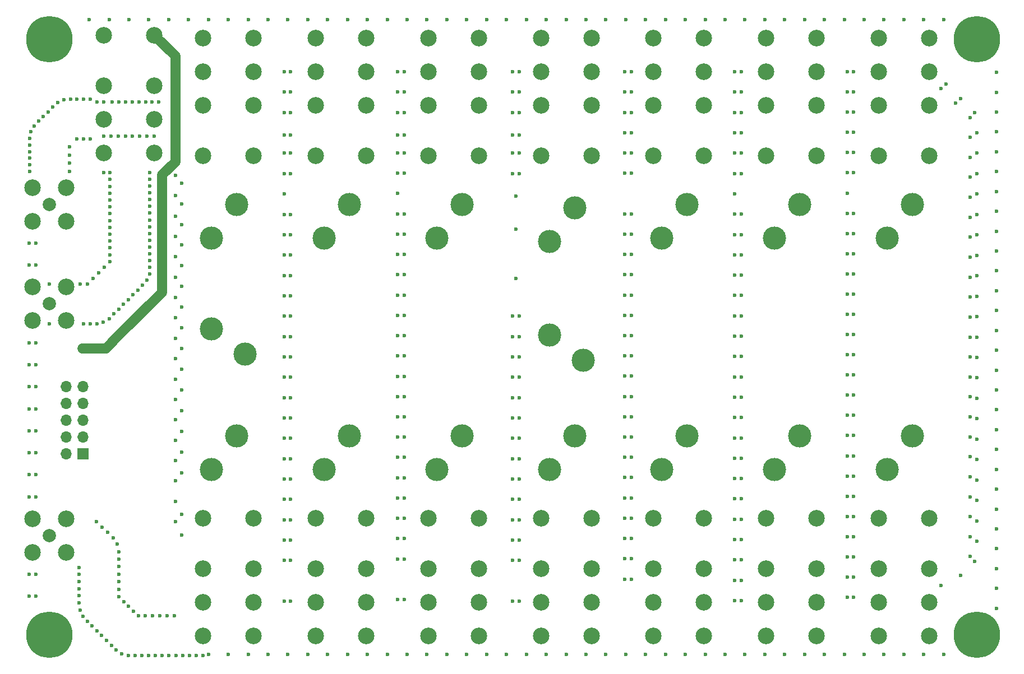
<source format=gbr>
%TF.GenerationSoftware,KiCad,Pcbnew,(5.1.5)-3*%
%TF.CreationDate,2020-07-21T14:48:15+02:00*%
%TF.ProjectId,LPF,4c50462e-6b69-4636-9164-5f7063625858,rev?*%
%TF.SameCoordinates,Original*%
%TF.FileFunction,Copper,L2,Inr*%
%TF.FilePolarity,Positive*%
%FSLAX46Y46*%
G04 Gerber Fmt 4.6, Leading zero omitted, Abs format (unit mm)*
G04 Created by KiCad (PCBNEW (5.1.5)-3) date 2020-07-21 14:48:15*
%MOMM*%
%LPD*%
G04 APERTURE LIST*
%ADD10C,2.500000*%
%ADD11R,1.700000X1.700000*%
%ADD12O,1.700000X1.700000*%
%ADD13C,3.500000*%
%ADD14C,2.499360*%
%ADD15C,1.998980*%
%ADD16C,7.000000*%
%ADD17C,0.600000*%
%ADD18C,1.500000*%
G04 APERTURE END LIST*
D10*
X79060000Y-43880000D03*
X71440000Y-43880000D03*
X79060000Y-51500000D03*
X71440000Y-51500000D03*
X79060000Y-56580000D03*
X71440000Y-56580000D03*
X79060000Y-61660000D03*
X71440000Y-61660000D03*
D11*
X68290000Y-107120000D03*
D12*
X65750000Y-107120000D03*
X68290000Y-104580000D03*
X65750000Y-104580000D03*
X68290000Y-102040000D03*
X65750000Y-102040000D03*
X68290000Y-99500000D03*
X65750000Y-99500000D03*
X68290000Y-96960000D03*
X65750000Y-96960000D03*
D13*
X138710000Y-75040000D03*
X142520000Y-69960000D03*
X91520000Y-69460000D03*
X87710000Y-74540000D03*
X193520000Y-69460000D03*
X189710000Y-74540000D03*
X172710000Y-74540000D03*
X176520000Y-69460000D03*
X155710000Y-74540000D03*
X159520000Y-69460000D03*
X125520000Y-69460000D03*
X121710000Y-74540000D03*
X104710000Y-74540000D03*
X108520000Y-69460000D03*
X87710000Y-88230000D03*
X92790000Y-92040000D03*
X138710000Y-89230000D03*
X143790000Y-93040000D03*
X193520000Y-104460000D03*
X189710000Y-109540000D03*
X172710000Y-109540000D03*
X176520000Y-104460000D03*
X159520000Y-104460000D03*
X155710000Y-109540000D03*
X121710000Y-109540000D03*
X125520000Y-104460000D03*
X104710000Y-109540000D03*
X108520000Y-104460000D03*
X87710000Y-109540000D03*
X91520000Y-104460000D03*
X142520000Y-104460000D03*
X138710000Y-109540000D03*
D14*
X65790000Y-81960000D03*
X60710000Y-81960000D03*
X60710000Y-87040000D03*
X65790000Y-87040000D03*
D15*
X63250000Y-84500000D03*
X63250000Y-119500000D03*
D14*
X65790000Y-122040000D03*
X60710000Y-122040000D03*
X60710000Y-116960000D03*
X65790000Y-116960000D03*
D15*
X63250000Y-69500000D03*
D14*
X65790000Y-72040000D03*
X60710000Y-72040000D03*
X60710000Y-66960000D03*
X65790000Y-66960000D03*
D10*
X188440000Y-62120000D03*
X196060000Y-62120000D03*
X188440000Y-54500000D03*
X196060000Y-54500000D03*
X188440000Y-49420000D03*
X196060000Y-49420000D03*
X188440000Y-44340000D03*
X196060000Y-44340000D03*
X179060000Y-44340000D03*
X171440000Y-44340000D03*
X179060000Y-49420000D03*
X171440000Y-49420000D03*
X179060000Y-54500000D03*
X171440000Y-54500000D03*
X179060000Y-62120000D03*
X171440000Y-62120000D03*
X154440000Y-62120000D03*
X162060000Y-62120000D03*
X154440000Y-54500000D03*
X162060000Y-54500000D03*
X154440000Y-49420000D03*
X162060000Y-49420000D03*
X154440000Y-44340000D03*
X162060000Y-44340000D03*
X145060000Y-44340000D03*
X137440000Y-44340000D03*
X145060000Y-49420000D03*
X137440000Y-49420000D03*
X145060000Y-54500000D03*
X137440000Y-54500000D03*
X145060000Y-62120000D03*
X137440000Y-62120000D03*
X128060000Y-44340000D03*
X120440000Y-44340000D03*
X128060000Y-49420000D03*
X120440000Y-49420000D03*
X128060000Y-54500000D03*
X120440000Y-54500000D03*
X128060000Y-62120000D03*
X120440000Y-62120000D03*
X103440000Y-62120000D03*
X111060000Y-62120000D03*
X103440000Y-54500000D03*
X111060000Y-54500000D03*
X103440000Y-49420000D03*
X111060000Y-49420000D03*
X103440000Y-44340000D03*
X111060000Y-44340000D03*
X94060000Y-44340000D03*
X86440000Y-44340000D03*
X94060000Y-49420000D03*
X86440000Y-49420000D03*
X94060000Y-54500000D03*
X86440000Y-54500000D03*
X94060000Y-62120000D03*
X86440000Y-62120000D03*
X196060000Y-116880000D03*
X188440000Y-116880000D03*
X196060000Y-124500000D03*
X188440000Y-124500000D03*
X196060000Y-129580000D03*
X188440000Y-129580000D03*
X196060000Y-134660000D03*
X188440000Y-134660000D03*
X171440000Y-134660000D03*
X179060000Y-134660000D03*
X171440000Y-129580000D03*
X179060000Y-129580000D03*
X171440000Y-124500000D03*
X179060000Y-124500000D03*
X171440000Y-116880000D03*
X179060000Y-116880000D03*
X162060000Y-116880000D03*
X154440000Y-116880000D03*
X162060000Y-124500000D03*
X154440000Y-124500000D03*
X162060000Y-129580000D03*
X154440000Y-129580000D03*
X162060000Y-134660000D03*
X154440000Y-134660000D03*
X137440000Y-134660000D03*
X145060000Y-134660000D03*
X137440000Y-129580000D03*
X145060000Y-129580000D03*
X137440000Y-124500000D03*
X145060000Y-124500000D03*
X137440000Y-116880000D03*
X145060000Y-116880000D03*
X120440000Y-134660000D03*
X128060000Y-134660000D03*
X120440000Y-129580000D03*
X128060000Y-129580000D03*
X120440000Y-124500000D03*
X128060000Y-124500000D03*
X120440000Y-116880000D03*
X128060000Y-116880000D03*
X111060000Y-116880000D03*
X103440000Y-116880000D03*
X111060000Y-124500000D03*
X103440000Y-124500000D03*
X111060000Y-129580000D03*
X103440000Y-129580000D03*
X111060000Y-134660000D03*
X103440000Y-134660000D03*
X94060000Y-116880000D03*
X86440000Y-116880000D03*
X94060000Y-124500000D03*
X86440000Y-124500000D03*
X94060000Y-129580000D03*
X86440000Y-129580000D03*
X94060000Y-134660000D03*
X86440000Y-134660000D03*
D16*
X63250000Y-44500000D03*
X203250000Y-44500000D03*
X203250000Y-134500000D03*
X63250000Y-134500000D03*
D17*
X60210000Y-75346666D03*
X60210000Y-78653333D03*
X61210000Y-78653333D03*
X61210000Y-75346666D03*
X60210000Y-125346666D03*
X60210000Y-128653333D03*
X61210000Y-128653333D03*
X61210000Y-125346666D03*
X60210000Y-90364444D03*
X60210000Y-93688888D03*
X60210000Y-97013333D03*
X60210000Y-100337777D03*
X60210000Y-103662222D03*
X60210000Y-106986666D03*
X60210000Y-110311111D03*
X60210000Y-113635555D03*
X61210000Y-113635555D03*
X61210000Y-110311111D03*
X61210000Y-106986666D03*
X61210000Y-103662222D03*
X61210000Y-100337777D03*
X61210000Y-97013333D03*
X61210000Y-93688888D03*
X61210000Y-90364444D03*
X133170000Y-52496923D03*
X133170000Y-55573846D03*
X133170000Y-59000000D03*
X133170000Y-61727692D03*
X133170000Y-64804615D03*
X133170000Y-86343076D03*
X133170000Y-89420000D03*
X133170000Y-92496923D03*
X133170000Y-95573846D03*
X133170000Y-98650769D03*
X133170000Y-101727692D03*
X133170000Y-104804615D03*
X133170000Y-107881538D03*
X133170000Y-110958461D03*
X133170000Y-114035384D03*
X133170000Y-117112307D03*
X133170000Y-120189230D03*
X133170000Y-123266153D03*
X133170000Y-49420000D03*
X133170000Y-129420000D03*
X134170000Y-123266153D03*
X134170000Y-120189230D03*
X134170000Y-117112307D03*
X134170000Y-114035384D03*
X134170000Y-110958461D03*
X134170000Y-107881538D03*
X134170000Y-104804615D03*
X134170000Y-101727692D03*
X134170000Y-98650769D03*
X134170000Y-95573846D03*
X134170000Y-92496923D03*
X134170000Y-89420000D03*
X134170000Y-86343076D03*
X134170000Y-64804615D03*
X134170000Y-61727692D03*
X134170000Y-59000000D03*
X134170000Y-55573846D03*
X134170000Y-52496923D03*
X134170000Y-129420000D03*
X134170000Y-49420000D03*
X82250000Y-65055995D03*
X82250000Y-68135871D03*
X82250000Y-71215746D03*
X82250000Y-74295622D03*
X82250000Y-77375497D03*
X82250000Y-80455373D03*
X82250000Y-83535248D03*
X82250000Y-86615124D03*
X82250000Y-89695000D03*
X82250000Y-92774875D03*
X82250000Y-95854751D03*
X82250000Y-98934626D03*
X82250000Y-102014502D03*
X82250000Y-105094377D03*
X82250000Y-108174253D03*
X82250000Y-111254128D03*
X82250000Y-114334004D03*
X82250000Y-117413879D03*
X83250000Y-119424129D03*
X83250000Y-116294747D03*
X83250000Y-110035983D03*
X83250000Y-106906601D03*
X83250000Y-103777219D03*
X83250000Y-100647837D03*
X83250000Y-97518455D03*
X83250000Y-94389073D03*
X83250000Y-91259691D03*
X83250000Y-88130308D03*
X83250000Y-85000926D03*
X83250000Y-81871544D03*
X83250000Y-78742162D03*
X83250000Y-75612780D03*
X83250000Y-72483398D03*
X83250000Y-69354016D03*
X83250000Y-66224634D03*
X200781836Y-125565270D03*
X202965977Y-123381129D03*
X203250000Y-120388419D03*
X203250000Y-117299577D03*
X203250000Y-114210735D03*
X203250000Y-111121893D03*
X203250000Y-108033051D03*
X203250000Y-104944209D03*
X203250000Y-101855367D03*
X203250000Y-98766525D03*
X203250000Y-95677683D03*
X203250000Y-92588841D03*
X203250000Y-89499999D03*
X203250000Y-86411157D03*
X203250000Y-83322316D03*
X203250000Y-80233474D03*
X203250000Y-77144632D03*
X203250000Y-74055790D03*
X203250000Y-70966948D03*
X203250000Y-67878106D03*
X203250000Y-64789264D03*
X203250000Y-61700422D03*
X203250000Y-58611580D03*
X202965977Y-55618870D03*
X200781836Y-53434729D03*
X198597695Y-51250588D03*
X197887632Y-51954737D03*
X200068816Y-54135921D03*
X202250000Y-59333732D03*
X202250000Y-62350359D03*
X202250000Y-65366986D03*
X202250000Y-68383612D03*
X202250000Y-71400239D03*
X202250000Y-74416866D03*
X202250000Y-77433493D03*
X202250000Y-80450119D03*
X202250000Y-83466746D03*
X202250000Y-86483373D03*
X202250000Y-89500000D03*
X202250000Y-92516626D03*
X202250000Y-95533253D03*
X202250000Y-98549880D03*
X202250000Y-101566506D03*
X202250000Y-104583133D03*
X202250000Y-107599760D03*
X202250000Y-110616387D03*
X202250000Y-113633013D03*
X202250000Y-116649640D03*
X202250000Y-119666267D03*
X197887632Y-127045262D03*
X202250000Y-56317106D03*
X202250000Y-122682894D03*
X183670000Y-52474230D03*
X183670000Y-55528461D03*
X183670000Y-58582692D03*
X183670000Y-61636923D03*
X183670000Y-64691153D03*
X183670000Y-67745384D03*
X183670000Y-70799615D03*
X183670000Y-73853846D03*
X183670000Y-76908076D03*
X183670000Y-79962307D03*
X183670000Y-83016538D03*
X183670000Y-86070769D03*
X183670000Y-89125000D03*
X183670000Y-92179230D03*
X183670000Y-95233461D03*
X183670000Y-98287692D03*
X183670000Y-101341923D03*
X183670000Y-104396153D03*
X183670000Y-107450384D03*
X183670000Y-110504615D03*
X183670000Y-113558846D03*
X183670000Y-116613076D03*
X183670000Y-119667307D03*
X183670000Y-122721538D03*
X183670000Y-125775769D03*
X183670000Y-49420000D03*
X183670000Y-128830000D03*
X184670000Y-125775769D03*
X184670000Y-122721538D03*
X184670000Y-119667307D03*
X184670000Y-116613076D03*
X184670000Y-113558846D03*
X184670000Y-110504615D03*
X184670000Y-107450384D03*
X184670000Y-104396153D03*
X184670000Y-101341923D03*
X184670000Y-98287692D03*
X184670000Y-95233461D03*
X184670000Y-92179230D03*
X184670000Y-89125000D03*
X184670000Y-86070769D03*
X184670000Y-83016538D03*
X184670000Y-79962307D03*
X184670000Y-76908076D03*
X184670000Y-73853846D03*
X184670000Y-70799615D03*
X184670000Y-64691153D03*
X184670000Y-61636923D03*
X184670000Y-58582692D03*
X184670000Y-55528461D03*
X184670000Y-52474230D03*
X184670000Y-128830000D03*
X184670000Y-49420000D03*
X166670000Y-52493461D03*
X166670000Y-55566923D03*
X166670000Y-58640384D03*
X166670000Y-61713846D03*
X166670000Y-64787307D03*
X166670000Y-67860769D03*
X166670000Y-70934230D03*
X166670000Y-74007692D03*
X166670000Y-77081153D03*
X166670000Y-80154615D03*
X166670000Y-83228076D03*
X166670000Y-86301538D03*
X166670000Y-89375000D03*
X166670000Y-92448461D03*
X166670000Y-95521923D03*
X166670000Y-98595384D03*
X166670000Y-101668846D03*
X166670000Y-104742307D03*
X166670000Y-107815769D03*
X166670000Y-110889230D03*
X166670000Y-113962692D03*
X166670000Y-117036153D03*
X166670000Y-120109615D03*
X166670000Y-123183076D03*
X166670000Y-126256538D03*
X166670000Y-49420000D03*
X166670000Y-129330000D03*
X167670000Y-126256538D03*
X167670000Y-123183076D03*
X167670000Y-120109615D03*
X167670000Y-117036153D03*
X167670000Y-113962692D03*
X167670000Y-110889230D03*
X167670000Y-107815769D03*
X167670000Y-104742307D03*
X167670000Y-101668846D03*
X167670000Y-98595384D03*
X167670000Y-95521923D03*
X167670000Y-92448461D03*
X167670000Y-89375000D03*
X167670000Y-86301538D03*
X167670000Y-83228076D03*
X167670000Y-80154615D03*
X167670000Y-77081153D03*
X167670000Y-74007692D03*
X167670000Y-70934230D03*
X167670000Y-64787307D03*
X167670000Y-61713846D03*
X167670000Y-58640384D03*
X167670000Y-55566923D03*
X167670000Y-52493461D03*
X167670000Y-129330000D03*
X167670000Y-49420000D03*
X150080000Y-52486400D03*
X150080000Y-55552800D03*
X150080000Y-58619200D03*
X150080000Y-61685600D03*
X150080000Y-64752000D03*
X150080000Y-70884800D03*
X150080000Y-73951200D03*
X150080000Y-77017600D03*
X150080000Y-80084000D03*
X150080000Y-83150400D03*
X150080000Y-86216800D03*
X150080000Y-89283200D03*
X150080000Y-92349600D03*
X150080000Y-95416000D03*
X150080000Y-98482400D03*
X150080000Y-101548800D03*
X150080000Y-104615200D03*
X150080000Y-107681600D03*
X150080000Y-110748000D03*
X150080000Y-113814400D03*
X150080000Y-116880800D03*
X150080000Y-119947200D03*
X150080000Y-123013600D03*
X150080000Y-49420000D03*
X150080000Y-126080000D03*
X151080000Y-123013600D03*
X151080000Y-119947200D03*
X151080000Y-116880800D03*
X151080000Y-113814400D03*
X151080000Y-110748000D03*
X151080000Y-107681600D03*
X151080000Y-104615200D03*
X151080000Y-101548800D03*
X151080000Y-98482400D03*
X151080000Y-95416000D03*
X151080000Y-92349600D03*
X151080000Y-89283200D03*
X151080000Y-86216800D03*
X151080000Y-83150400D03*
X151080000Y-80084000D03*
X151080000Y-77017600D03*
X151080000Y-73951200D03*
X151080000Y-70884800D03*
X151080000Y-64752000D03*
X151080000Y-61685600D03*
X151080000Y-58619200D03*
X151080000Y-55552800D03*
X151080000Y-52486400D03*
X151080000Y-126080000D03*
X151080000Y-49420000D03*
X98670000Y-52496923D03*
X98670000Y-55573846D03*
X98670000Y-59000000D03*
X98670000Y-61727692D03*
X98670000Y-64804615D03*
X98670000Y-67881538D03*
X98670000Y-70958461D03*
X98670000Y-74035384D03*
X98670000Y-77112307D03*
X98670000Y-80189230D03*
X98670000Y-83266153D03*
X98670000Y-86343076D03*
X98670000Y-89420000D03*
X98670000Y-92496923D03*
X98670000Y-95573846D03*
X98670000Y-98650769D03*
X98670000Y-101727692D03*
X98670000Y-104804615D03*
X98670000Y-107881538D03*
X98670000Y-110958461D03*
X98670000Y-114035384D03*
X98670000Y-117112307D03*
X98670000Y-120189230D03*
X98670000Y-123266153D03*
X98670000Y-49420000D03*
X98670000Y-129420000D03*
X99670000Y-123266153D03*
X99670000Y-120189230D03*
X99670000Y-117112307D03*
X99670000Y-114035384D03*
X99670000Y-110958461D03*
X99670000Y-107881538D03*
X99670000Y-104804615D03*
X99670000Y-101727692D03*
X99670000Y-98650769D03*
X99670000Y-95573846D03*
X99670000Y-92496923D03*
X99670000Y-89420000D03*
X99670000Y-86343076D03*
X99670000Y-83266153D03*
X99670000Y-80189230D03*
X99670000Y-77112307D03*
X99670000Y-74035384D03*
X99670000Y-70958461D03*
X99670000Y-64804615D03*
X99670000Y-61727692D03*
X99670000Y-59000000D03*
X99670000Y-55573846D03*
X99670000Y-52496923D03*
X99670000Y-129420000D03*
X99670000Y-49420000D03*
X115830000Y-52487307D03*
X115830000Y-55554615D03*
X115830000Y-59000000D03*
X115830000Y-61689230D03*
X115830000Y-64756538D03*
X115830000Y-67823846D03*
X115830000Y-70891153D03*
X115830000Y-73958461D03*
X115830000Y-77025769D03*
X115830000Y-80093076D03*
X115830000Y-83160384D03*
X115830000Y-86227692D03*
X115830000Y-89295000D03*
X115830000Y-92362307D03*
X115830000Y-95429615D03*
X115830000Y-98496923D03*
X115830000Y-101564230D03*
X115830000Y-104631538D03*
X115830000Y-107698846D03*
X115830000Y-110766153D03*
X115830000Y-113833461D03*
X115830000Y-116900769D03*
X115830000Y-119968076D03*
X115830000Y-123035384D03*
X115830000Y-49420000D03*
X115830000Y-129170000D03*
X116830000Y-123035384D03*
X116830000Y-119968076D03*
X116830000Y-116900769D03*
X116830000Y-113833461D03*
X116830000Y-110766153D03*
X116830000Y-107698846D03*
X116830000Y-104631538D03*
X116830000Y-101564230D03*
X116830000Y-98496923D03*
X116830000Y-95429615D03*
X116830000Y-92362307D03*
X116830000Y-89295000D03*
X116830000Y-86227692D03*
X116830000Y-83160384D03*
X116830000Y-80093076D03*
X116830000Y-77025769D03*
X116830000Y-73958461D03*
X116830000Y-70891153D03*
X116830000Y-64756538D03*
X116830000Y-61689230D03*
X116830000Y-59000000D03*
X116830000Y-55554615D03*
X116830000Y-52487307D03*
X116830000Y-129170000D03*
X116830000Y-49420000D03*
X67750000Y-124316331D03*
X67750000Y-125390023D03*
X67750000Y-126463715D03*
X67750000Y-127537407D03*
X67750000Y-128611099D03*
X67750000Y-129684791D03*
X68266017Y-131682209D03*
X68951807Y-132444446D03*
X69678246Y-133170885D03*
X70404685Y-133897324D03*
X71131124Y-134623763D03*
X71857564Y-135350203D03*
X72584003Y-136076642D03*
X73310553Y-136802969D03*
X74152049Y-137383519D03*
X75139628Y-137647791D03*
X76166601Y-137660000D03*
X77193941Y-137660000D03*
X78221281Y-137660000D03*
X79248621Y-137660000D03*
X80275961Y-137660000D03*
X81303301Y-137660000D03*
X82330641Y-137660000D03*
X83357981Y-137660000D03*
X84385321Y-137660000D03*
X85412661Y-137660000D03*
X67845373Y-130750428D03*
X86440000Y-137660000D03*
X82090063Y-131660000D03*
X81002578Y-131660000D03*
X79915094Y-131660000D03*
X78827609Y-131660000D03*
X77740125Y-131660000D03*
X75926980Y-130934340D03*
X75201320Y-130208680D03*
X74475660Y-129483020D03*
X73750000Y-127619735D03*
X73750000Y-126482111D03*
X73750000Y-125344487D03*
X73750000Y-124206863D03*
X73750000Y-123069239D03*
X73500149Y-120801382D03*
X72841962Y-119849321D03*
X72018415Y-119025774D03*
X71194868Y-118202227D03*
X76652640Y-131660000D03*
X73750000Y-128757360D03*
X73749221Y-121931621D03*
X70371320Y-117378680D03*
X66250000Y-63247546D03*
X66250000Y-61995093D03*
X68419480Y-59580000D03*
X69426320Y-59580000D03*
X66250000Y-64500000D03*
X66250000Y-60742640D03*
X67412640Y-59580000D03*
X70434111Y-54000000D03*
X69428222Y-53580000D03*
X68422333Y-53580000D03*
X67416444Y-53580000D03*
X66410555Y-53580000D03*
X65412941Y-53677094D03*
X64499901Y-54087858D03*
X63751046Y-54756314D03*
X63039775Y-55467585D03*
X62328504Y-56178856D03*
X61617233Y-56890127D03*
X60918052Y-57612669D03*
X60426887Y-58485095D03*
X60250145Y-59470554D03*
X60250000Y-60476443D03*
X60250000Y-61482332D03*
X60250000Y-62488221D03*
X60250000Y-63494110D03*
X71440000Y-54000000D03*
X60250000Y-64500000D03*
X68354505Y-87500000D03*
X69375406Y-87500000D03*
X70396249Y-87496433D03*
X71387982Y-87275787D03*
X72249199Y-86736784D03*
X72974352Y-86018288D03*
X73696238Y-85296402D03*
X74418124Y-84574516D03*
X75140010Y-83852630D03*
X75861896Y-83130744D03*
X76583782Y-82408858D03*
X77305668Y-81686972D03*
X77965264Y-80911824D03*
X78343359Y-79968816D03*
X78410000Y-78952613D03*
X78410000Y-77931712D03*
X78410000Y-76910811D03*
X78410000Y-75889910D03*
X78410000Y-74869009D03*
X78410000Y-73848108D03*
X78410000Y-72827207D03*
X78410000Y-71806306D03*
X78410000Y-70785405D03*
X78410000Y-69764504D03*
X78410000Y-68743603D03*
X78410000Y-67722702D03*
X78410000Y-66701801D03*
X78410000Y-65680900D03*
X63250000Y-87500000D03*
X78410000Y-64660000D03*
X77971429Y-59160000D03*
X76882858Y-59160000D03*
X75794286Y-59160000D03*
X74705715Y-59160000D03*
X73617143Y-59160000D03*
X72528572Y-59160000D03*
X79060000Y-59160000D03*
X71440000Y-59160000D03*
X72410000Y-65693643D03*
X72410000Y-66727286D03*
X72410000Y-67760929D03*
X72410000Y-68794572D03*
X72410000Y-69828215D03*
X72410000Y-70861858D03*
X72410000Y-71895501D03*
X72410000Y-72929144D03*
X72410000Y-73962787D03*
X72410000Y-74996430D03*
X72410000Y-76030073D03*
X72410000Y-77063716D03*
X71559340Y-78948020D03*
X70708680Y-79798680D03*
X69858020Y-80649340D03*
X67855888Y-81500000D03*
X71440000Y-64660000D03*
X72410000Y-64660000D03*
X72410000Y-78097360D03*
X69007360Y-81500000D03*
X63250000Y-81500000D03*
X72750000Y-54000000D03*
X73750000Y-54000000D03*
X74750000Y-54000000D03*
X75750000Y-54000000D03*
X76750000Y-54000000D03*
X77750000Y-54000000D03*
X77750000Y-54000000D03*
X78750000Y-54000000D03*
X79750000Y-54000000D03*
X198250000Y-137500000D03*
X195250000Y-137500000D03*
X192250000Y-137500000D03*
X189250000Y-137500000D03*
X186250000Y-137500000D03*
X183250000Y-137500000D03*
X180250000Y-137500000D03*
X177250000Y-137500000D03*
X174250000Y-137500000D03*
X171250000Y-137500000D03*
X168250000Y-137500000D03*
X165250000Y-137500000D03*
X162250000Y-137500000D03*
X159250000Y-137500000D03*
X156250000Y-137500000D03*
X153250000Y-137500000D03*
X150250000Y-137500000D03*
X147250000Y-137500000D03*
X144250000Y-137500000D03*
X141250000Y-137500000D03*
X138250000Y-137500000D03*
X135250000Y-137500000D03*
X132250000Y-137500000D03*
X129250000Y-137500000D03*
X126250000Y-137500000D03*
X123250000Y-137500000D03*
X120250000Y-137500000D03*
X117250000Y-137500000D03*
X114250000Y-137500000D03*
X111250000Y-137500000D03*
X108250000Y-137500000D03*
X105250000Y-137500000D03*
X102250000Y-137500000D03*
X99250000Y-137500000D03*
X96250000Y-137500000D03*
X93250000Y-137500000D03*
X90250000Y-137500000D03*
X87250000Y-137500000D03*
X198250000Y-41500000D03*
X195250000Y-41500000D03*
X192250000Y-41500000D03*
X189250000Y-41500000D03*
X186250000Y-41500000D03*
X183250000Y-41500000D03*
X180250000Y-41500000D03*
X177250000Y-41500000D03*
X174250000Y-41500000D03*
X171250000Y-41500000D03*
X168250000Y-41500000D03*
X165250000Y-41500000D03*
X162250000Y-41500000D03*
X159250000Y-41500000D03*
X156250000Y-41500000D03*
X153250000Y-41500000D03*
X150250000Y-41500000D03*
X147250000Y-41500000D03*
X144250000Y-41500000D03*
X141250000Y-41500000D03*
X138250000Y-41500000D03*
X135250000Y-41500000D03*
X132250000Y-41500000D03*
X129250000Y-41500000D03*
X126250000Y-41500000D03*
X123250000Y-41500000D03*
X120250000Y-41500000D03*
X117250000Y-41500000D03*
X114250000Y-41500000D03*
X111250000Y-41500000D03*
X108250000Y-41500000D03*
X105250000Y-41500000D03*
X102250000Y-41500000D03*
X99250000Y-41500000D03*
X96250000Y-41500000D03*
X93250000Y-41500000D03*
X90250000Y-41500000D03*
X87250000Y-41500000D03*
X84250000Y-41500000D03*
X81250000Y-41500000D03*
X78250000Y-41500000D03*
X75250000Y-41500000D03*
X72250000Y-41500000D03*
X69250000Y-41500000D03*
X206250000Y-49500000D03*
X206250000Y-52500000D03*
X206250000Y-55500000D03*
X206250000Y-58500000D03*
X206250000Y-61500000D03*
X206250000Y-64500000D03*
X206250000Y-67500000D03*
X206250000Y-70500000D03*
X206250000Y-73500000D03*
X206250000Y-76500000D03*
X206250000Y-79500000D03*
X206250000Y-82500000D03*
X206250000Y-85500000D03*
X206250000Y-88500000D03*
X206250000Y-91500000D03*
X206250000Y-94500000D03*
X206250000Y-97500000D03*
X206250000Y-100500000D03*
X206250000Y-103500000D03*
X206250000Y-106500000D03*
X206250000Y-109500000D03*
X206250000Y-112500000D03*
X206250000Y-115500000D03*
X206250000Y-118500000D03*
X206250000Y-121500000D03*
X206250000Y-124500000D03*
X206250000Y-127500000D03*
X206250000Y-130500000D03*
X133670000Y-80670000D03*
X133670000Y-73170000D03*
X133670000Y-73170000D03*
X133670000Y-68230000D03*
X73250000Y-89750000D03*
X72250000Y-90750000D03*
X70750000Y-91250000D03*
X69500000Y-91250000D03*
X68250000Y-91250000D03*
D18*
X82250000Y-63000000D02*
X82250000Y-47070000D01*
X80250000Y-65000000D02*
X82250000Y-63000000D01*
X73250000Y-89750000D02*
X80250000Y-82750000D01*
X82250000Y-47070000D02*
X79060000Y-43880000D01*
X80250000Y-82750000D02*
X80250000Y-65000000D01*
X73250000Y-89750000D02*
X72250000Y-90750000D01*
X72250000Y-90750000D02*
X71750000Y-91250000D01*
X71750000Y-91250000D02*
X70750000Y-91250000D01*
X70750000Y-91250000D02*
X69500000Y-91250000D01*
X69500000Y-91250000D02*
X68250000Y-91250000D01*
M02*

</source>
